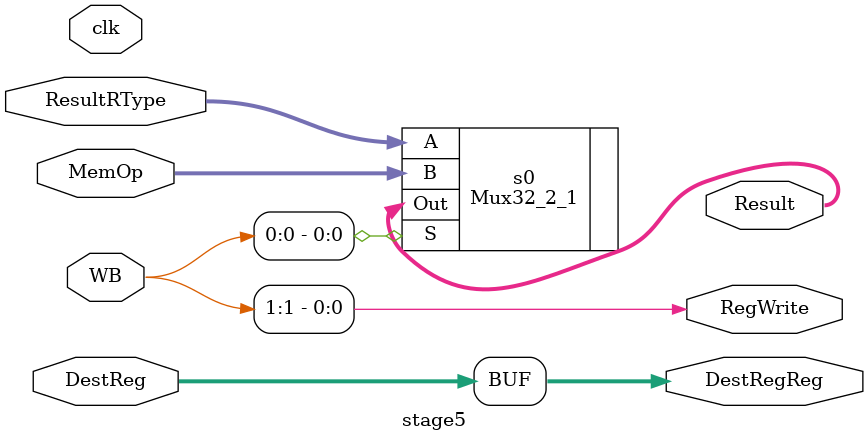
<source format=v>
`timescale 1ns / 1ps
module stage5(
MemOp,
ResultRType,
DestReg,
WB,
Result,
RegWrite,
DestRegReg,
clk
    );

input [31:0] MemOp,ResultRType;
input [4:0] DestReg;
input [1:0] WB;
input clk;

output [31:0] Result;
output [4:0] DestRegReg; 
output RegWrite;

Mux32_2_1 s0 (.B(MemOp),.A(ResultRType),.S(WB[0]),.Out(Result));
assign RegWrite = WB[1];
assign DestRegReg = DestReg;

endmodule

</source>
